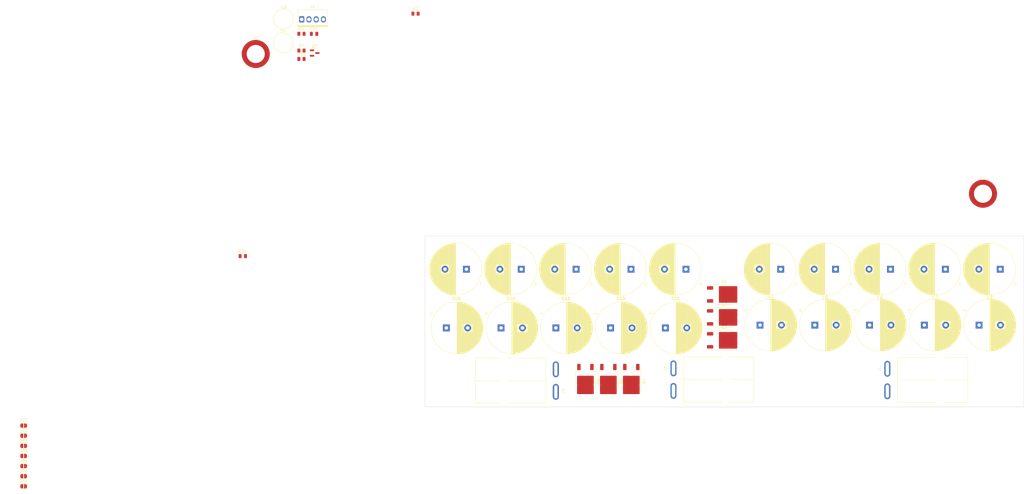
<source format=kicad_pcb>
(kicad_pcb (version 20221018) (generator pcbnew)
  (layers (0 "F.Cu" signal) (31 "B.Cu" signal) (34 "B.Paste" user) (35 "F.Paste" user) (36 "B.SilkS" user "B.Silkscreen") (37 "F.SilkS" user "F.Silkscreen") (38 "B.Mask" user) (39 "F.Mask" user) (44 "Edge.Cuts" user))
  (net 0 "")
  (net 1 "VCAP")
  (net 2 "Net-(C1-Pad2)")
  (net 3 "Net-(C2-Pad1)")
  (net 4 "Net-(C2-Pad2)")
  (net 5 "Net-(C3-Pad2)")
  (net 6 "Net-(C5-Pad2)")
  (net 7 "Net-(C6-Pad2)")
  (net 8 "Net-(C7-Pad2)")
  (net 9 "Net-(C8-Pad2)")
  (net 10 "Net-(C10-Pad1)")
  (net 11 "Net-(C10-Pad2)")
  (net 12 "Net-(C11-Pad2)")
  (net 13 "Net-(C12-Pad2)")
  (net 14 "Net-(C13-Pad2)")
  (net 15 "Net-(C14-Pad2)")
  (net 16 "Net-(C15-Pad2)")
  (net 17 "Net-(C16-Pad2)")
  (net 18 "Net-(C17-Pad2)")
  (net 19 "Net-(C18-Pad2)")
  (net 20 "Net-(C19-Pad2)")
  (net 21 "GND")
  (net 22 "/VBUS_GATE")
  (net 23 "VBUS")
  (net 24 "/VCAP_GATE")
  (net 27 "VOUT")
  (net 28 "+5V")
  (net 31 "Net-(JP7-A)")
  (footprint "Capacitor_THT:CP_Radial_D18.0mm_P7.50mm" (layer "F.Cu") (at 240.70612 62.645 180)
    (fp_text reference "C6" (at 3.75 -10.25) (layer "F.SilkS"))
    (fp_text value "120F 2.3v")
    (pad "1" thru_hole rect (at 0 0 180) (size 2.4 2.4) (drill 1.2) (layers "*.Cu" "*.Mask") (net 6 "Net-(C5-Pad2)"))
    (pad "2" thru_hole circle (at 7.5 0 180) (size 2.4 2.4) (drill 1.2) (layers "*.Cu" "*.Mask") (net 7 "Net-(C6-Pad2)"))
  )
  (footprint "Connector_Anderson:PowerPole_PP45_1336G1_1x2_Horizontal" (layer "F.Cu") (at 126.125 97.454997 -90)
    (fp_text reference "J2" (at 0.2 2.7 90) (layer "F.SilkS"))
    (fp_text value "Conn_01x02")
    (pad "1" thru_hole oval (at 0 0 270) (size 5.55 2.1) (drill oval 4.55 1.1) (layers "*.Cu" "*.Mask") (net 23 "VBUS"))
    (pad "2" thru_hole oval (at 7.9 0 270) (size 5.55 2.1) (drill oval 4.55 1.1) (layers "*.Cu" "*.Mask") (net 21 "GND"))
  )
  (footprint "Capacitor_THT:CP_Radial_D18.0mm_P7.50mm" (layer "F.Cu") (at 202.219696 62.645 180)
    (fp_text reference "C8" (at 3.75 -10.25) (layer "F.SilkS"))
    (fp_text value "120F 2.3v")
    (pad "1" thru_hole rect (at 0 0 180) (size 2.4 2.4) (drill 1.2) (layers "*.Cu" "*.Mask") (net 8 "Net-(C7-Pad2)"))
    (pad "2" thru_hole circle (at 7.5 0 180) (size 2.4 2.4) (drill 1.2) (layers "*.Cu" "*.Mask") (net 9 "Net-(C8-Pad2)"))
  )
  (footprint "Capacitor_THT:CP_Radial_D18.0mm_P7.50mm" (layer "F.Cu") (at 72.760448 62.645 180)
    (fp_text reference "C14" (at 3.75 -10.25) (layer "F.SilkS"))
    (fp_text value "120F 2.3v")
    (pad "1" thru_hole rect (at 0 0 180) (size 2.4 2.4) (drill 1.2) (layers "*.Cu" "*.Mask") (net 14 "Net-(C13-Pad2)"))
    (pad "2" thru_hole circle (at 7.5 0 180) (size 2.4 2.4) (drill 1.2) (layers "*.Cu" "*.Mask") (net 15 "Net-(C14-Pad2)"))
  )
  (footprint "supercap:MountingHole_3.9mm_Plastite_#6" (layer "F.Cu") (at -10.695 -25.145)
    (fp_text reference "H3" (at 0 -4.2) (layer "F.SilkS"))
    (fp_text value "MountingHole")
    (pad "" np_thru_hole circle (at 0 0) (size 3.9 3.9) (drill 3.9) (layers "F&B.Cu" "*.Mask"))
  )
  (footprint "Package_TO_SOT_SMD:TO-252-2" (layer "F.Cu") (at 144.015 79.554997)
    (fp_text reference "Q2" (at 0 -4.5) (layer "F.SilkS"))
    (fp_text value "100V 34A PMOS")
    (pad "1" smd roundrect (at -5.04 -2.28) (size 2.2 1.2) (layers "F.Cu" "F.Paste" "F.Mask") (roundrect_rratio 0.208333) (net 22 "/VBUS_GATE"))
    (pad "2" smd roundrect (at -0.415 -1.525) (size 3.05 2.75) (layers "F.Cu" "F.Paste") (roundrect_rratio 0.090909) (net 1 "VCAP"))
    (pad "2" smd roundrect (at -0.415 1.525) (size 3.05 2.75) (layers "F.Cu" "F.Paste") (roundrect_rratio 0.090909) (net 1 "VCAP"))
    (pad "2" smd roundrect (at 1.26 0) (size 6.4 5.8) (layers "F.Cu" "F.Mask") (roundrect_rratio 0.043103) (net 1 "VCAP"))
    (pad "2" smd roundrect (at 2.935 -1.525) (size 3.05 2.75) (layers "F.Cu" "F.Paste") (roundrect_rratio 0.090909) (net 1 "VCAP"))
    (pad "2" smd roundrect (at 2.935 1.525) (size 3.05 2.75) (layers "F.Cu" "F.Paste") (roundrect_rratio 0.090909) (net 1 "VCAP"))
    (pad "3" smd roundrect (at -5.04 2.28) (size 2.2 1.2) (layers "F.Cu" "F.Paste" "F.Mask") (roundrect_rratio 0.208333) (net 23 "VBUS"))
  )
  (footprint "supercap:PINREX-744-81-04TW00 _1x04_P2.54mm_Vertical" (layer "F.Cu") (at -4.225 -25.375)
    (fp_text reference "J4" (at 3.81 -4.12) (layer "F.SilkS"))
    (fp_text value "CAN2 PLUG")
    (pad "1" thru_hole roundrect (at 0 0.34) (size 1.74 2.19) (drill 1.19) (layers "*.Cu" "*.Mask") (roundrect_rratio 0.143678) (net 28 "+5V"))
    (pad "2" thru_hole oval (at 2.54 0.34) (size 1.74 2.19) (drill 1.19) (layers "*.Cu" "*.Mask"))
    (pad "3" thru_hole oval (at 5.08 0.34) (size 1.74 2.19) (drill 1.19) (layers "*.Cu" "*.Mask"))
    (pad "4" thru_hole oval (at 7.62 0.34) (size 1.74 2.19) (drill 1.19) (layers "*.Cu" "*.Mask") (net 21 "GND"))
  )
  (footprint "Connector_Anderson:PowerPole_PP45_1336G1_1x2_Horizontal" (layer "F.Cu") (at 84.875 105.695 90)
    (fp_text reference "J3" (at 0.2 2.7 90) (layer "F.SilkS"))
    (fp_text value "Power Output")
    (pad "1" thru_hole oval (at 0 0 90) (size 5.55 2.1) (drill oval 4.55 1.1) (layers "*.Cu" "*.Mask") (net 27 "VOUT"))
    (pad "2" thru_hole oval (at 7.9 0 90) (size 5.55 2.1) (drill oval 4.55 1.1) (layers "*.Cu" "*.Mask") (net 21 "GND"))
  )
  (footprint "Package_TO_SOT_SMD:TO-252-2" (layer "F.Cu") (at 103.295002 102.014999 -90)
    (fp_text reference "Q5" (at 0 -4.5 90) (layer "F.SilkS"))
    (fp_text value "100V 34A PMOS")
    (pad "1" smd roundrect (at -5.04 -2.28 270) (size 2.2 1.2) (layers "F.Cu" "F.Paste" "F.Mask") (roundrect_rratio 0.208333) (net 24 "/VCAP_GATE"))
    (pad "2" smd roundrect (at -0.415 -1.525 270) (size 3.05 2.75) (layers "F.Cu" "F.Paste") (roundrect_rratio 0.090909) (net 27 "VOUT"))
    (pad "2" smd roundrect (at -0.415 1.525 270) (size 3.05 2.75) (layers "F.Cu" "F.Paste") (roundrect_rratio 0.090909) (net 27 "VOUT"))
    (pad "2" smd roundrect (at 1.26 0 270) (size 6.4 5.8) (layers "F.Cu" "F.Mask") (roundrect_rratio 0.043103) (net 27 "VOUT"))
    (pad "2" smd roundrect (at 2.935 -1.525 270) (size 3.05 2.75) (layers "F.Cu" "F.Paste") (roundrect_rratio 0.090909) (net 27 "VOUT"))
    (pad "2" smd roundrect (at 2.935 1.525 270) (size 3.05 2.75) (layers "F.Cu" "F.Paste") (roundrect_rratio 0.090909) (net 27 "VOUT"))
    (pad "3" smd roundrect (at -5.04 2.28 270) (size 2.2 1.2) (layers "F.Cu" "F.Paste" "F.Mask") (roundrect_rratio 0.208333) (net 1 "VCAP"))
  )
  (footprint "Capacitor_THT:CP_Radial_D18.0mm_P7.50mm" (layer "F.Cu") (at 46.48276 83.255)
    (fp_text reference "C16" (at 3.75 -10.25) (layer "F.SilkS"))
    (fp_text value "120F 2.3v")
    (pad "1" thru_hole rect (at 0 0) (size 2.4 2.4) (drill 1.2) (layers "*.Cu" "*.Mask") (net 16 "Net-(C15-Pad2)"))
    (pad "2" thru_hole circle (at 7.5 0) (size 2.4 2.4) (drill 1.2) (layers "*.Cu" "*.Mask") (net 17 "Net-(C16-Pad2)"))
  )
  (footprint "Jumper:SolderJumper-2_P1.3mm_Open_RoundedPad1.0x1.5mm" (layer "F.Cu") (at -101.725 124.655)
    (fp_text reference "JP3" (at 0 -1.8) (layer "F.SilkS"))
    (fp_text value "SolderJumper_2_Open")
    (pad "1" smd custom (at -0.65 0) (size 1 0.5) (layers "F.Cu" "F.Mask") (net 23 "VBUS") (options (clearance outline) (anchor rect)) (primitives (gr_circle (center 0 0.25) (end 0.5 0.25) (width 0) (fill yes)) (gr_circle (center 0 -0.25) (end 0.5 -0.25) (width 0) (fill yes)) (gr_poly (pts (xy 0.5 0.75) (xy 0 0.75) (xy 0 -0.75) (xy 0.5 -0.75)) (width 0) (fill yes))))
    (pad "2" smd custom (at 0.65 0) (size 1 0.5) (layers "F.Cu" "F.Mask") (net 1 "VCAP") (options (clearance outline) (anchor rect)) (primitives (gr_circle (center 0 0.25) (end 0.5 0.25) (width 0) (fill yes)) (gr_circle (center 0 -0.25) (end 0.5 -0.25) (width 0) (fill yes)) (gr_poly (pts (xy 0 0.75) (xy -0.5 0.75) (xy -0.5 -0.75) (xy 0 -0.75)) (width 0) (fill yes))))
  )
  (footprint "Package_TO_SOT_SMD:TO-252-2" (layer "F.Cu") (at 144.015 87.605)
    (fp_text reference "Q3" (at 0 -4.5) (layer "F.SilkS"))
    (fp_text value "100V 34A PMOS")
    (pad "1" smd roundrect (at -5.04 -2.28) (size 2.2 1.2) (layers "F.Cu" "F.Paste" "F.Mask") (roundrect_rratio 0.208333) (net 22 "/VBUS_GATE"))
    (pad "2" smd roundrect (at -0.415 -1.525) (size 3.05 2.75) (layers "F.Cu" "F.Paste") (roundrect_rratio 0.090909) (net 1 "VCAP"))
    (pad "2" smd roundrect (at -0.415 1.525) (size 3.05 2.75) (layers "F.Cu" "F.Paste") (roundrect_rratio 0.090909) (net 1 "VCAP"))
    (pad "2" smd roundrect (at 1.26 0) (size 6.4 5.8) (layers "F.Cu" "F.Mask") (roundrect_rratio 0.043103) (net 1 "VCAP"))
    (pad "2" smd roundrect (at 2.935 -1.525) (size 3.05 2.75) (layers "F.Cu" "F.Paste") (roundrect_rratio 0.090909) (net 1 "VCAP"))
    (pad "2" smd roundrect (at 2.935 1.525) (size 3.05 2.75) (layers "F.Cu" "F.Paste") (roundrect_rratio 0.090909) (net 1 "VCAP"))
    (pad "3" smd roundrect (at -5.04 2.28) (size 2.2 1.2) (layers "F.Cu" "F.Paste" "F.Mask") (roundrect_rratio 0.208333) (net 23 "VBUS"))
  )
  (footprint "supercap:Sinhoo-SMTSO40x-C2916378" (layer "F.Cu") (at 234.655 36.155)
    (fp_text reference "H1" (at 0 -5.65) (layer "F.SilkS"))
    (fp_text value "MountingHole_Pad")
    (pad "" np_thru_hole circle (at 0 0) (size 6.35 6.35) (drill 6.35) (layers "F&B.Cu" "*.Mask"))
    (pad "1" smd circle (at -3.7 0) (size 1.6 1.6) (layers "F.Cu"))
    (pad "1" smd circle (at 0 -3.7) (size 1.6 1.6) (layers "F.Cu"))
    (pad "1" smd circle (at 0 3.7) (size 1.6 1.6) (layers "F.Cu"))
    (pad "1" smd custom (at 3.93 0) (size 1.6 1.6) (layers "F.Cu" "F.Mask") (options (clearance outline) (anchor circle)) (primitives (gr_circle (center -3.93 0) (end 0 0) (width 2) (fill none))))
  )
  (footprint "Resistor_SMD:R_0805_2012Metric" (layer "F.Cu") (at 35.685 -27.045)
    (fp_text reference "R2" (at 0 -1.65) (layer "F.SilkS"))
    (fp_text value "20k")
    (pad "1" smd roundrect (at -0.9125 0) (size 1.025 1.4) (layers "F.Cu" "F.Paste" "F.Mask") (roundrect_rratio 0.243902) (net 22 "/VBUS_GATE"))
    (pad "2" smd roundrect (at 0.9125 0) (size 1.025 1.4) (layers "F.Cu" "F.Paste" "F.Mask") (roundrect_rratio 0.243902) (net 21 "GND"))
  )
  (footprint "Capacitor_THT:CP_Radial_D18.0mm_P7.50mm" (layer "F.Cu") (at 65.683995 83.255)
    (fp_text reference "C17" (at 3.75 -10.25) (layer "F.SilkS"))
    (fp_text value "120F 2.3v")
    (pad "1" thru_hole rect (at 0 0) (size 2.4 2.4) (drill 1.2) (layers "*.Cu" "*.Mask") (net 17 "Net-(C16-Pad2)"))
    (pad "2" thru_hole circle (at 7.5 0) (size 2.4 2.4) (drill 1.2) (layers "*.Cu" "*.Mask") (net 18 "Net-(C17-Pad2)"))
  )
  (footprint "Capacitor_THT:CP_Radial_D18.0mm_P7.50mm" (layer "F.Cu") (at 175.69017 82.255)
    (fp_text reference "C4" (at 3.75 -10.25) (layer "F.SilkS"))
    (fp_text value "120F 2.3v")
    (pad "1" thru_hole rect (at 0 0) (size 2.4 2.4) (drill 1.2) (layers "*.Cu" "*.Mask") (net 2 "Net-(C1-Pad2)"))
    (pad "2" thru_hole circle (at 7.5 0) (size 2.4 2.4) (drill 1.2) (layers "*.Cu" "*.Mask") (net 3 "Net-(C2-Pad1)"))
  )
  (footprint "Capacitor_THT:CP_Radial_D18.0mm_P7.50mm" (layer "F.Cu") (at 221.462904 62.645 180)
    (fp_text reference "C7" (at 3.75 -10.25) (layer "F.SilkS"))
    (fp_text value "120F 2.3v")
    (pad "1" thru_hole rect (at 0 0 180) (size 2.4 2.4) (drill 1.2) (layers "*.Cu" "*.Mask") (net 7 "Net-(C6-Pad2)"))
    (pad "2" thru_hole circle (at 7.5 0 180) (size 2.4 2.4) (drill 1.2) (layers "*.Cu" "*.Mask") (net 8 "Net-(C7-Pad2)"))
  )
  (footprint "Connector_Anderson:PowerPole_PP45_1336G1_1x2_Horizontal" (layer "F.Cu") (at 201.125001 97.604999 -90)
    (fp_text reference "J1" (at 0.2 2.7 90) (layer "F.SilkS"))
    (fp_text value "Conn_01x02")
    (pad "1" thru_hole oval (at 0 0 270) (size 5.55 2.1) (drill oval 4.55 1.1) (layers "*.Cu" "*.Mask") (net 23 "VBUS"))
    (pad "2" thru_hole oval (at 7.9 0 270) (size 5.55 2.1) (drill oval 4.55 1.1) (layers "*.Cu" "*.Mask") (net 21 "GND"))
  )
  (footprint "Capacitor_THT:CP_Radial_D18.0mm_P7.50mm" (layer "F.Cu") (at 130.490072 62.645 180)
    (fp_text reference "C11" (at 3.75 -10.25) (layer "F.SilkS"))
    (fp_text value "120F 2.3v")
    (pad "1" thru_hole rect (at 0 0 180) (size 2.4 2.4) (drill 1.2) (layers "*.Cu" "*.Mask") (net 11 "Net-(C10-Pad2)"))
    (pad "2" thru_hole circle (at 7.5 0 180) (size 2.4 2.4) (drill 1.2) (layers "*.Cu" "*.Mask") (net 12 "Net-(C11-Pad2)"))
  )
  (footprint "Capacitor_THT:CP_Radial_D18.0mm_P7.50mm" (layer "F.Cu") (at 163.73328 62.645 180)
    (fp_text reference "C10" (at 3.75 -10.25) (layer "F.SilkS"))
    (fp_text value "120F 2.3v")
    (pad "1" thru_hole rect (at 0 0 180) (size 2.4 2.4) (drill 1.2) (layers "*.Cu" "*.Mask") (net 10 "Net-(C10-Pad1)"))
    (pad "2" thru_hole circle (at 7.5 0 180) (size 2.4 2.4) (drill 1.2) (layers "*.Cu" "*.Mask") (net 11 "Net-(C10-Pad2)"))
  )
  (footprint "Capacitor_THT:CP_Radial_D18.0mm_P7.50mm" (layer "F.Cu") (at 182.976488 62.645 180)
    (fp_text reference "C9" (at 3.75 -10.25) (layer "F.SilkS"))
    (fp_text value "120F 2.3v")
    (pad "1" thru_hole rect (at 0 0 180) (size 2.4 2.4) (drill 1.2) (layers "*.Cu" "*.Mask") (net 9 "Net-(C8-Pad2)"))
    (pad "2" thru_hole circle (at 7.5 0 180) (size 2.4 2.4) (drill 1.2) (layers "*.Cu" "*.Mask") (net 10 "Net-(C10-Pad1)"))
  )
  (footprint "Package_TO_SOT_SMD:TO-252-2" (layer "F.Cu") (at 144.015001 71.505)
    (fp_text reference "Q1" (at 0 -4.5) (layer "F.SilkS"))
    (fp_text value "100V 34A PMOS")
    (pad "1" smd roundrect (at -5.04 -2.28) (size 2.2 1.2) (layers "F.Cu" "F.Paste" "F.Mask") (roundrect_rratio 0.208333) (net 22 "/VBUS_GATE"))
    (pad "2" smd roundrect (at -0.415 -1.525) (size 3.05 2.75) (layers "F.Cu" "F.Paste") (roundrect_rratio 0.090909) (net 1 "VCAP"))
    (pad "2" smd roundrect (at -0.415 1.525) (size 3.05 2.75) (layers "F.Cu" "F.Paste") (roundrect_rratio 0.090909) (net 1 "VCAP"))
    (pad "2" smd roundrect (at 1.26 0) (size 6.4 5.8) (layers "F.Cu" "F.Mask") (roundrect_rratio 0.043103) (net 1 "VCAP"))
    (pad "2" smd roundrect (at 2.935 -1.525) (size 3.05 2.75) (layers "F.Cu" "F.Paste") (roundrect_rratio 0.090909) (net 1 "VCAP"))
    (pad "2" smd roundrect (at 2.935 1.525) (size 3.05 2.75) (layers "F.Cu" "F.Paste") (roundrect_rratio 0.090909) (net 1 "VCAP"))
    (pad "3" smd roundrect (at -5.04 2.28) (size 2.2 1.2) (layers "F.Cu" "F.Paste" "F.Mask") (roundrect_rratio 0.208333) (net 23 "VBUS"))
  )
  (footprint "Jumper:SolderJumper-2_P1.3mm_Open_RoundedPad1.0x1.5mm" (layer "F.Cu") (at -101.725 135.305)
    (fp_text reference "JP6" (at 0 -1.8) (layer "F.SilkS"))
    (fp_text value "SolderJumper_2_Open")
    (pad "1" smd custom (at -0.65 0) (size 1 0.5) (layers "F.Cu" "F.Mask") (net 1 "VCAP") (options (clearance outline) (anchor rect)) (primitives (gr_circle (center 0 0.25) (end 0.5 0.25) (width 0) (fill yes)) (gr_circle (center 0 -0.25) (end 0.5 -0.25) (width 0) (fill yes)) (gr_poly (pts (xy 0.5 0.75) (xy 0 0.75) (xy 0 -0.75) (xy 0.5 -0.75)) (width 0) (fill yes))))
    (pad "2" smd custom (at 0.65 0) (size 1 0.5) (layers "F.Cu" "F.Mask") (net 27 "VOUT") (options (clearance outline) (anchor rect)) (primitives (gr_circle (center 0 0.25) (end 0.5 0.25) (width 0) (fill yes)) (gr_circle (center 0 -0.25) (end 0.5 -0.25) (width 0) (fill yes)) (gr_poly (pts (xy 0 0.75) (xy -0.5 0.75) (xy -0.5 -0.75) (xy 0 -0.75)) (width 0) (fill yes))))
  )
  (footprint "Capacitor_SMD:C_0805_2012Metric" (layer "F.Cu") (at 0.115 -19.965)
    (fp_text reference "C21" (at 0 -1.68) (layer "F.SilkS"))
    (fp_text value "1uF")
    (pad "1" smd roundrect (at -0.95 0) (size 1 1.45) (layers "F.Cu" "F.Paste" "F.Mask") (net 22 "/VBUS_GATE"))
    (pad "2" smd roundrect (at 0.95 0) (size 1 1.45) (layers "F.Cu" "F.Paste" "F.Mask") (net 23 "VBUS"))
  )
  (footprint "Capacitor_THT:CP_Radial_D18.0mm_P7.50mm" (layer "F.Cu") (at 92.003656 62.645 180)
    (fp_text reference "C13" (at 3.75 -10.25) (layer "F.SilkS"))
    (fp_text value "120F 2.3v")
    (pad "1" thru_hole rect (at 0 0 180) (size 2.4 2.4) (drill 1.2) (layers "*.Cu" "*.Mask") (net 13 "Net-(C12-Pad2)"))
    (pad "2" thru_hole circle (at 7.5 0 180) (size 2.4 2.4) (drill 1.2) (layers "*.Cu" "*.Mask") (net 14 "Net-(C13-Pad2)"))
  )
  (footprint "Capacitor_THT:CP_Radial_D18.0mm_P7.50mm" (layer "F.Cu") (at 53.51724 62.645 180)
    (fp_text reference "C15" (at 3.75 -10.25) (layer "F.SilkS"))
    (fp_text value "120F 2.3v")
    (pad "1" thru_hole rect (at 0 0 180) (size 2.4 2.4) (drill 1.2) (layers "*.Cu" "*.Mask") (net 15 "Net-(C14-Pad2)"))
    (pad "2" thru_hole circle (at 7.5 0 180) (size 2.4 2.4) (drill 1.2) (layers "*.Cu" "*.Mask") (net 16 "Net-(C15-Pad2)"))
  )
  (footprint "Package_TO_SOT_SMD:TO-252-2" (layer "F.Cu") (at 111.344997 102.015 -90)
    (fp_text reference "Q4" (at 0 -4.5 90) (layer "F.SilkS"))
    (fp_text value "100V 34A PMOS")
    (pad "1" smd roundrect (at -5.04 -2.28 270) (size 2.2 1.2) (layers "F.Cu" "F.Paste" "F.Mask") (roundrect_rratio 0.208333) (net 24 "/VCAP_GATE"))
    (pad "2" smd roundrect (at -0.415 -1.525 270) (size 3.05 2.75) (layers "F.Cu" "F.Paste") (roundrect_rratio 0.090909) (net 27 "VOUT"))
    (pad "2" smd roundrect (at -0.415 1.525 270) (size 3.05 2.75) (layers "F.Cu" "F.Paste") (roundrect_rratio 0.090909) (net 27 "VOUT"))
    (pad "2" smd roundrect (at 1.26 0 270) (size 6.4 5.8) (layers "F.Cu" "F.Mask") (roundrect_rratio 0.043103) (net 27 "VOUT"))
    (pad "2" smd roundrect (at 2.935 -1.525 270) (size 3.05 2.75) (layers "F.Cu" "F.Paste") (roundrect_rratio 0.090909) (net 27 "VOUT"))
    (pad "2" smd roundrect (at 2.935 1.525 270) (size 3.05 2.75) (layers "F.Cu" "F.Paste") (roundrect_rratio 0.090909) (net 27 "VOUT"))
    (pad "3" smd roundrect (at -5.04 2.28 270) (size 2.2 1.2) (layers "F.Cu" "F.Paste" "F.Mask") (roundrect_rratio 0.208333) (net 1 "VCAP"))
  )
  (footprint "Capacitor_THT:CP_Radial_D18.0mm_P7.50mm" (layer "F.Cu") (at 194.891405 82.255)
    (fp_text reference "C2" (at 3.75 -10.25) (layer "F.SilkS"))
    (fp_text value "120F 2.3v")
    (pad "1" thru_hole rect (at 0 0) (size 2.4 2.4) (drill 1.2) (layers "*.Cu" "*.Mask") (net 3 "Net-(C2-Pad1)"))
    (pad "2" thru_hole circle (at 7.5 0) (size 2.4 2.4) (drill 1.2) (layers "*.Cu" "*.Mask") (net 4 "Net-(C2-Pad2)"))
  )
  (footprint "Capacitor_THT:CP_Radial_D18.0mm_P7.50mm" (layer "F.Cu") (at 233.29388 82.255)
    (fp_text reference "C5" (at 3.75 -10.25) (layer "F.SilkS"))
    (fp_text value "120F 2.3v")
    (pad "1" thru_hole rect (at 0 0) (size 2.4 2.4) (drill 1.2) (layers "*.Cu" "*.Mask") (net 5 "Net-(C3-Pad2)"))
    (pad "2" thru_hole circle (at 7.5 0) (size 2.4 2.4) (drill 1.2) (layers "*.Cu" "*.Mask") (net 6 "Net-(C5-Pad2)"))
  )
  (footprint "Jumper:SolderJumper-2_P1.3mm_Open_RoundedPad1.0x1.5mm" (layer "F.Cu") (at -101.725 121.105)
    (fp_text reference "JP2" (at 0 -1.8) (layer "F.SilkS"))
    (fp_text value "SolderJumper_2_Open")
    (pad "1" smd custom (at -0.65 0) (size 1 0.5) (layers "F.Cu" "F.Mask") (net 23 "VBUS") (options (clearance outline) (anchor rect)) (primitives (gr_circle (center 0 0.25) (end 0.5 0.25) (width 0) (fill yes)) (gr_circle (center 0 -0.25) (end 0.5 -0.25) (width 0) (fill yes)) (gr_poly (pts (xy 0.5 0.75) (xy 0 0.75) (xy 0 -0.75) (xy 0.5 -0.75)) (width 0) (fill yes))))
    (pad "2" smd custom (at 0.65 0) (size 1 0.5) (layers "F.Cu" "F.Mask") (net 1 "VCAP") (options (clearance outline) (anchor rect)) (primitives (gr_circle (center 0 0.25) (end 0.5 0.25) (width 0) (fill yes)) (gr_circle (center 0 -0.25) (end 0.5 -0.25) (width 0) (fill yes)) (gr_poly (pts (xy 0 0.75) (xy -0.5 0.75) (xy -0.5 -0.75) (xy 0 -0.75)) (width 0) (fill yes))))
  )
  (footprint "Resistor_SMD:R_0805_2012Metric" (layer "F.Cu") (at -4.315 -19.995)
    (fp_text reference "R1" (at 0 -1.65) (layer "F.SilkS"))
    (fp_text value "10k")
    (pad "1" smd roundrect (at -0.9125 0) (size 1.025 1.4) (layers "F.Cu" "F.Paste" "F.Mask") (roundrect_rratio 0.243902) (net 23 "VBUS"))
    (pad "2" smd roundrect (at 0.9125 0) (size 1.025 1.4) (layers "F.Cu" "F.Paste" "F.Mask") (roundrect_rratio 0.243902) (net 22 "/VBUS_GATE"))
  )
  (footprint "Jumper:SolderJumper-2_P1.3mm_Open_RoundedPad1.0x1.5mm" (layer "F.Cu") (at -101.725 138.855)
    (fp_text reference "JP7" (at 0 -1.8) (layer "F.SilkS"))
    (fp_text value "SolderJumper_2_Open")
    (pad "1" smd custom (at -0.65 0) (size 1 0.5) (layers "F.Cu" "F.Mask") (net 31 "Net-(JP7-A)") (options (clearance outline) (anchor rect)) (primitives (gr_circle (center 0 0.25) (end 0.5 0.25) (width 0) (fill yes)) (gr_circle (center 0 -0.25) (end 0.5 -0.25) (width 0) (fill yes)) (gr_poly (pts (xy 0.5 0.75) (xy 0 0.75) (xy 0 -0.75) (xy 0.5 -0.75)) (width 0) (fill yes))))
    (pad "2" smd custom (at 0.65 0) (size 1 0.5) (layers "F.Cu" "F.Mask") (net 21 "GND") (options (clearance outline) (anchor rect)) (primitives (gr_circle (center 0 0.25) (end 0.5 0.25) (width 0) (fill yes)) (gr_circle (center 0 -0.25) (end 0.5 -0.25) (width 0) (fill yes)) (gr_poly (pts (xy 0 0.75) (xy -0.5 0.75) (xy -0.5 -0.75) (xy 0 -0.75)) (width 0) (fill yes))))
  )
  (footprint "supercap:Sinhoo-SMTSO40x-C2916378" (layer "F.Cu") (at -20.345 -12.895)
    (fp_text reference "H2" (at 0 -5.65) (layer "F.SilkS"))
    (fp_text value "MountingHole_Pad")
    (pad "" np_thru_hole circle (at 0 0) (size 6.35 6.35) (drill 6.35) (layers "F&B.Cu" "*.Mask"))
    (pad "1" smd circle (at -3.7 0) (size 1.6 1.6) (layers "F.Cu"))
    (pad "1" smd circle (at 0 -3.7) (size 1.6 1.6) (layers "F.Cu"))
    (pad "1" smd circle (at 0 3.7) (size 1.6 1.6) (layers "F.Cu"))
    (pad "1" smd custom (at 3.93 0) (size 1.6 1.6) (layers "F.Cu" "F.Mask") (options (clearance outline) (anchor circle)) (primitives (gr_circle (center -3.93 0) (end 0 0) (width 2) (fill none))))
  )
  (footprint "Package_TO_SOT_SMD:TO-252-2" (layer "F.Cu") (at 95.245 102.015 -90)
    (fp_text reference "Q6" (at 0 -4.5 90) (layer "F.SilkS"))
    (fp_text value "100V 34A PMOS")
    (pad "1" smd roundrect (at -5.04 -2.28 270) (size 2.2 1.2) (layers "F.Cu" "F.Paste" "F.Mask") (roundrect_rratio 0.208333) (net 24 "/VCAP_GATE"))
    (pad "2" smd roundrect (at -0.415 -1.525 270) (size 3.05 2.75) (layers "F.Cu" "F.Paste") (roundrect_rratio 0.090909) (net 27 "VOUT"))
    (pad "2" smd roundrect (at -0.415 1.525 270) (size 3.05 2.75) (layers "F.Cu" "F.Paste") (roundrect_rratio 0.090909) (net 27 "VOUT"))
    (pad "2" smd roundrect (at 1.26 0 270) (size 6.4 5.8) (layers "F.Cu" "F.Mask") (roundrect_rratio 0.043103) (net 27 "VOUT"))
    (pad "2" smd roundrect (at 2.935 -1.525 270) (size 3.05 2.75) (layers "F.Cu" "F.Paste") (roundrect_rratio 0.090909) (net 27 "VOUT"))
    (pad "2" smd roundrect (at 2.935 1.525 270) (size 3.05 2.75) (layers "F.Cu" "F.Paste") (roundrect_rratio 0.090909) (net 27 "VOUT"))
    (pad "3" smd roundrect (at -5.04 2.28 270) (size 2.2 1.2) (layers "F.Cu" "F.Paste" "F.Mask") (roundrect_rratio 0.208333) (net 1 "VCAP"))
  )
  (footprint "Jumper:SolderJumper-2_P1.3mm_Open_RoundedPad1.0x1.5mm" (layer "F.Cu") (at -101.725 117.555)
    (fp_text reference "JP1" (at 0 -1.8) (layer "F.SilkS"))
    (fp_text value "SolderJumper_2_Open")
    (pad "1" smd custom (at -0.65 0) (size 1 0.5) (layers "F.Cu" "F.Mask") (net 23 "VBUS") (options (clearance outline) (anchor rect)) (primitives (gr_circle (center 0 0.25) (end 0.5 0.25) (width 0) (fill yes)) (gr_circle (center 0 -0.25) (end 0.5 -0.25) (width 0) (fill yes)) (gr_poly (pts (xy 0.5 0.75) (xy 0 0.75) (xy 0 -0.75) (xy 0.5 -0.75)) (width 0) (fill yes))))
    (pad "2" smd custom (at 0.65 0) (size 1 0.5) (layers "F.Cu" "F.Mask") (net 1 "VCAP") (options (clearance outline) (anchor rect)) (primitives (gr_circle (center 0 0.25) (end 0.5 0.25) (width 0) (fill yes)) (gr_circle (center 0 -0.25) (end 0.5 -0.25) (width 0) (fill yes)) (gr_poly (pts (xy 0 0.75) (xy -0.5 0.75) (xy -0.5 -0.75) (xy 0 -0.75)) (width 0) (fill yes))))
  )
  (footprint "Capacitor_THT:CP_Radial_D18.0mm_P7.50mm" (layer "F.Cu") (at 123.2877 83.255)
    (fp_text reference "C20" (at 3.75 -10.25) (layer "F.SilkS"))
    (fp_text value "120F 2.3v")
    (pad "1" thru_hole rect (at 0 0) (size 2.4 2.4) (drill 1.2) (layers "*.Cu" "*.Mask") (net 20 "Net-(C19-Pad2)"))
    (pad "2" thru_hole circle (at 7.5 0) (size 2.4 2.4) (drill 1.2) (layers "*.Cu" "*.Mask") (net 21 "GND"))
  )
  (footprint "Resistor_SMD:R_0805_2012Metric" (layer "F.Cu") (at -4.315 -11.145)
    (fp_text reference "R10" (at 0 -1.65) (layer "F.SilkS"))
    (fp_text value "20k")
    (pad "1" smd roundrect (at -0.9125 0) (size 1.025 1.4) (layers "F.Cu" "F.Paste" "F.Mask") (roundrect_rratio 0.243902) (net 24 "/VCAP_GATE"))
    (pad "2" smd roundrect (at 0.9125 0) (size 1.025 1.4) (layers "F.Cu" "F.Paste" "F.Mask") (roundrect_rratio 0.243902) (net 31 "Net-(JP7-A)"))
  )
  (footprint "Jumper:SolderJumper-2_P1.3mm_Open_RoundedPad1.0x1.5mm" (layer "F.Cu") (at -101.725 131.755)
    (fp_text reference "JP5" (at 0 -1.8) (layer "F.SilkS"))
    (fp_text value "SolderJumper_2_Open")
    (pad "1" smd custom (at -0.65 0) (size 1 0.5) (layers "F.Cu" "F.Mask") (net 1 "VCAP") (options (clearance outline) (anchor rect)) (primitives (gr_circle (center 0 0.25) (end 0.5 0.25) (width 0) (fill yes)) (gr_circle (center 0 -0.25) (end 0.5 -0.25) (width 0) (fill yes)) (gr_poly (pts (xy 0.5 0.75) (xy 0 0.75) (xy 0 -0.75) (xy 0.5 -0.75)) (width 0) (fill yes))))
    (pad "2" smd custom (at 0.65 0) (size 1 0.5) (layers "F.Cu" "F.Mask") (net 27 "VOUT") (options (clearance outline) (anchor rect)) (primitives (gr_circle (center 0 0.25) (end 0.5 0.25) (width 0) (fill yes)) (gr_circle (center 0 -0.25) (end 0.5 -0.25) (width 0) (fill yes)) (gr_poly (pts (xy 0 0.75) (xy -0.5 0.75) (xy -0.5 -0.75) (xy 0 -0.75)) (width 0) (fill yes))))
  )
  (footprint "Jumper:SolderJumper-2_P1.3mm_Open_RoundedPad1.0x1.5mm" (layer "F.Cu") (at -101.725 128.205)
    (fp_text reference "JP4" (at 0 -1.8) (layer "F.SilkS"))
    (fp_text value "SolderJumper_2_Open")
    (pad "1" smd custom (at -0.65 0) (size 1 0.5) (layers "F.Cu" "F.Mask") (net 1 "VCAP") (options (clearance outline) (anchor rect)) (primitives (gr_circle (center 0 0.25) (end 0.5 0.25) (width 0) (fill yes)) (gr_circle (center 0 -0.25) (end 0.5 -0.25) (width 0) (fill yes)) (gr_poly (pts (xy 0.5 0.75) (xy 0 0.75) (xy 0 -0.75) (xy 0.5 -0.75)) (width 0) (fill yes))))
    (pad "2" smd custom (at 0.65 0) (size 1 0.5) (layers "F.Cu" "F.Mask") (net 27 "VOUT") (options (clearance outline) (anchor rect)) (primitives (gr_circle (center 0 0.25) (end 0.5 0.25) (width 0) (fill yes)) (gr_circle (center 0 -0.25) (end 0.5 -0.25) (width 0) (fill yes)) (gr_poly (pts (xy 0 0.75) (xy -0.5 0.75) (xy -0.5 -0.75) (xy 0 -0.75)) (width 0) (fill yes))))
  )
  (footprint "Capacitor_THT:CP_Radial_D18.0mm_P7.50mm" (layer "F.Cu") (at 104.086465 83.255)
    (fp_text reference "C19" (at 3.75 -10.25) (layer "F.SilkS"))
    (fp_text value "120F 2.3v")
    (pad "1" thru_hole rect (at 0 0) (size 2.4 2.4) (drill 1.2) (layers "*.Cu" "*.Mask") (net 19 "Net-(C18-Pad2)"))
    (pad "2" thru_hole circle (at 7.5 0) (size 2.4 2.4) (drill 1.2) (layers "*.Cu" "*.Mask") (net 20 "Net-(C19-Pad2)"))
  )
  (footprint "Capacitor_SMD:C_0805_2012Metric" (layer "F.Cu") (at -24.885 58.045)
    (fp_text reference "C24" (at 0 -1.68) (layer "F.SilkS"))
    (fp_text value "1uF")
    (pad "1" smd roundrect (at -0.95 0) (size 1 1.45) (layers "F.Cu" "F.Paste" "F.Mask") (net 24 "/VCAP_GATE"))
    (pad "2" smd roundrect (at 0.95 0) (size 1 1.45) (layers "F.Cu" "F.Paste" "F.Mask") (net 1 "VCAP"))
  )
  (footprint "Package_TO_SOT_SMD:SOT-23" (layer "F.Cu") (at 0.335 -13.225)
    (fp_text reference "Q7" (at 0 -2.4) (layer "F.SilkS"))
    (fp_text value "Q_NMOS_GSD")
    (pad "1" smd roundrect (at -0.9375 -0.95) (size 1.475 0.6) (layers "F.Cu" "F.Paste" "F.Mask") (net 28 "+5V"))
    (pad "2" smd roundrect (at -0.9375 0.95) (size 1.475 0.6) (layers "F.Cu" "F.Paste" "F.Mask") (net 21 "GND"))
    (pad "3" smd roundrect (at 0.9375 0) (size 1.475 0.6) (layers "F.Cu" "F.Paste" "F.Mask") (net 31 "Net-(JP7-A)"))
  )
  (footprint "Capacitor_THT:CP_Radial_D18.0mm_P7.50mm" (layer "F.Cu") (at 111.246864 62.645 180)
    (fp_text reference "C12" (at 3.75 -10.25) (layer "F.SilkS"))
    (fp_text value "120F 2.3v")
    (pad "1" thru_hole rect (at 0 0 180) (size 2.4 2.4) (drill 1.2) (layers "*.Cu" "*.Mask") (net 12 "Net-(C11-Pad2)"))
    (pad "2" thru_hole circle (at 7.5 0 180) (size 2.4 2.4) (drill 1.2) (layers "*.Cu" "*.Mask") (net 13 "Net-(C12-Pad2)"))
  )
  (footprint "supercap:MountingHole_3.9mm_Plastite_#6" (layer "F.Cu") (at -10.695 -16.795)
    (fp_text reference "H4" (at 0 -4.2) (layer "F.SilkS"))
    (fp_text value "MountingHole")
    (pad "" np_thru_hole circle (at 0 0) (size 3.9 3.9) (drill 3.9) (layers "F&B.Cu" "*.Mask"))
  )
  (footprint "Capacitor_THT:CP_Radial_D18.0mm_P7.50mm" (layer "F.Cu") (at 156.488935 82.255)
    (fp_text reference "C1" (at 3.75 -10.25) (layer "F.SilkS"))
    (fp_text value "120F 2.3v")
    (pad "1" thru_hole rect (at 0 0) (size 2.4 2.4) (drill 1.2) (layers "*.Cu" "*.Mask") (net 1 "VCAP"))
    (pad "2" thru_hole circle (at 7.5 0) (size 2.4 2.4) (drill 1.2) (layers "*.Cu" "*.Mask") (net 2 "Net-(C1-Pad2)"))
  )
  (footprint "Capacitor_THT:CP_Radial_D18.0mm_P7.50mm" (layer "F.Cu") (at 84.88523 83.255)
    (fp_text reference "C18" (at 3.75 -10.25) (layer "F.SilkS"))
    (fp_text value "120F 2.3v")
    (pad "1" thru_hole rect (at 0 0) (size 2.4 2.4) (drill 1.2) (layers "*.Cu" "*.Mask") (net 18 "Net-(C17-Pad2)"))
    (pad "2" thru_hole circle (at 7.5 0) (size 2.4 2.4) (drill 1.2) (layers "*.Cu" "*.Mask") (net 19 "Net-(C18-Pad2)"))
  )
  (footprint "Resistor_SMD:R_0805_2012Metric" (layer "F.Cu") (at -4.315 -14.095)
    (fp_text reference "R7" (at 0 -1.65) (layer "F.SilkS"))
    (fp_text value "10k")
    (pad "1" smd roundrect (at -0.9125 0) (size 1.025 1.4) (layers "F.Cu" "F.Paste" "F.Mask") (roundrect_rratio 0.243902) (net 1 "VCAP"))
    (pad "2" smd roundrect (at 0.9125 0) (size 1.025 1.4) (layers "F.Cu" "F.Paste" "F.Mask") (roundrect_rratio 0.243902) (net 24 "/VCAP_GATE"))
  )
  (footprint "Capacitor_THT:CP_Radial_D18.0mm_P7.50mm" (layer "F.Cu") (at 214.09264 82.255)
    (fp_text reference "C3" (at 3.75 -10.25) (layer "F.SilkS"))
    (fp_text value "120F 2.3v")
    (pad "1" thru_hole rect (at 0 0) (size 2.4 2.4) (drill 1.2) (layers "*.Cu" "*.Mask") (net 4 "Net-(C2-Pad2)"))
    (pad "2" thru_hole circle (at 7.5 0) (size 2.4 2.4) (drill 1.2) (layers "*.Cu" "*.Mask") (net 5 "Net-(C3-Pad2)"))
  )
  (gr_rect (start 39 51) (end 249 111) (stroke (width 0.1)) (fill none) (layer "Edge.Cuts"))
)
</source>
